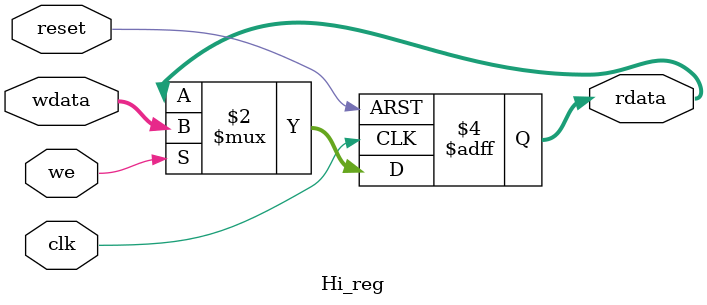
<source format=v>
module Hi_reg (
    input wire clk, // Src : clk
    input wire reset, // Src : reset
    input wire we, // Src : ctrl_hi_we
    input wire[31:0] wdata, // Src : GPR.rdata1(rs) / multCalculate.multResultHi / divCalculate.r

    output reg[31:0] rdata
);
    always @(posedge clk or posedge reset) begin
        if (reset) begin
            rdata <= 32'h00000000;
        end
        else if (we) begin
            rdata <= wdata;
        end
    end
endmodule
</source>
